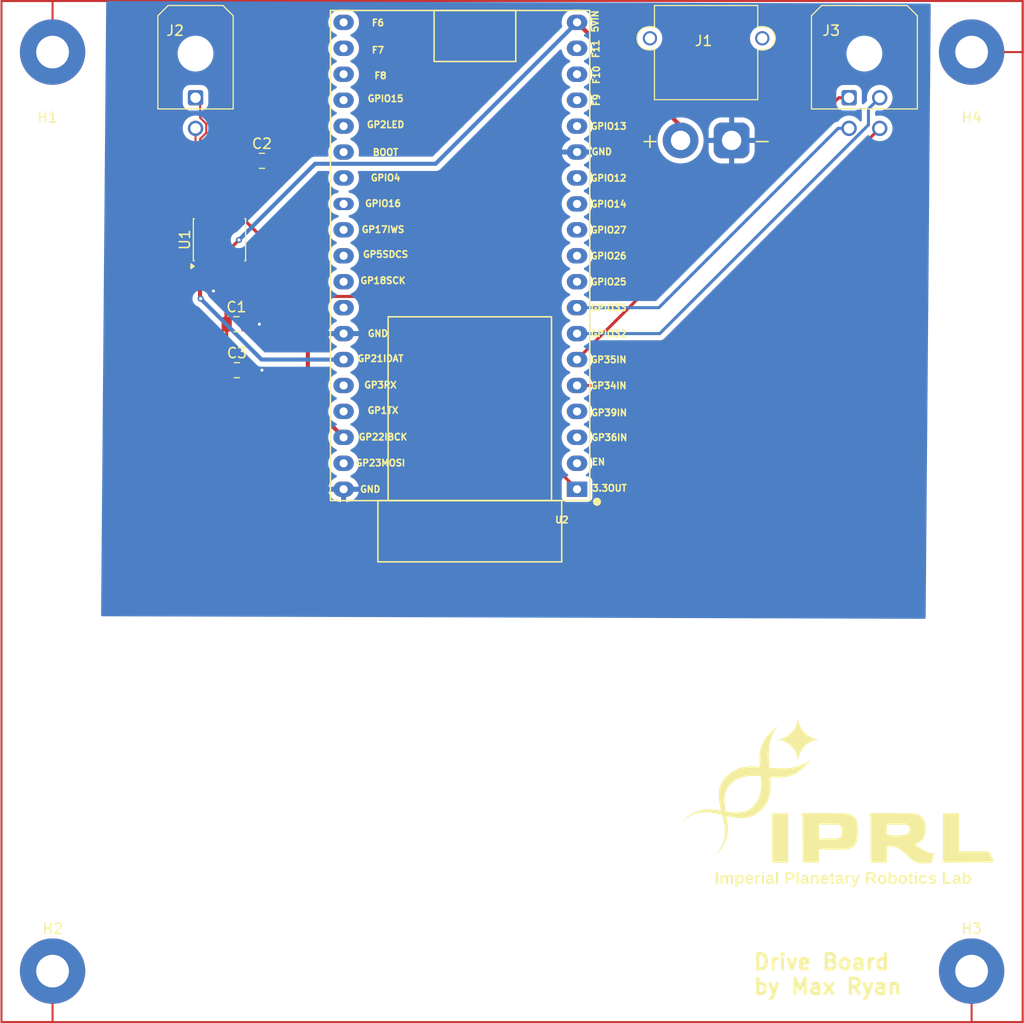
<source format=kicad_pcb>
(kicad_pcb (version 20241229) (generator "pcbnew") (generator_version "9.0")
  (layers (0 "F.Cu" jumper) (2 "B.Cu" signal) (13 "F.Paste" user) (15 "B.Paste" user) (5 "F.SilkS" user "F.Silkscreen") (7 "B.SilkS" user "B.Silkscreen") (1 "F.Mask" user) (3 "B.Mask" user) (25 "Edge.Cuts" user))
  (net 0 "")
  (net 1 "GND")
  (net 2 "+5V")
  (net 3 "+3.3V")
  (net 19 "/CAN_N")
  (net 20 "/CAN_P")
  (net 21 "/M1")
  (net 22 "/M2")
  (net 23 "/M3")
  (net 24 "/M4")
  (net 25 "/CAN_TX")
  (net 26 "/CAN_S")
  (net 27 "/CAN_RX")
  (footprint "Package_SO:SOIC-8_3.9x4.9mm_P1.27mm" (layer "F.Cu") (at 41.345 41.975 90)
    (property "Reference" "U1" (at 0 -3.4 90) (layer "F.SilkS"))
    (property "Value" "TJA1051T-3")
    (pad "1" smd roundrect (at -2.475 -1.905 90) (size 1.95 0.6) (layers "F.Cu" "F.Mask" "F.Paste") (net 25 "/CAN_TX"))
    (pad "2" smd roundrect (at -2.475 -0.635 90) (size 1.95 0.6) (layers "F.Cu" "F.Mask" "F.Paste") (net 1 "GND"))
    (pad "3" smd roundrect (at -2.475 0.635 90) (size 1.95 0.6) (layers "F.Cu" "F.Mask" "F.Paste") (net 2 "+5V"))
    (pad "4" smd roundrect (at -2.475 1.905 90) (size 1.95 0.6) (layers "F.Cu" "F.Mask" "F.Paste") (net 27 "/CAN_RX"))
    (pad "5" smd roundrect (at 2.475 1.905 90) (size 1.95 0.6) (layers "F.Cu" "F.Mask" "F.Paste") (net 3 "+3.3V"))
    (pad "6" smd roundrect (at 2.475 0.635 90) (size 1.95 0.6) (layers "F.Cu" "F.Mask" "F.Paste") (net 19 "/CAN_N"))
    (pad "7" smd roundrect (at 2.475 -0.635 90) (size 1.95 0.6) (layers "F.Cu" "F.Mask" "F.Paste") (net 20 "/CAN_P"))
    (pad "8" smd roundrect (at 2.475 -1.905 90) (size 1.95 0.6) (layers "F.Cu" "F.Mask" "F.Paste") (net 26 "/CAN_S"))
  )
  (footprint "Capacitor_SMD:C_0805_2012Metric" (layer "F.Cu") (at 43 50.25)
    (property "Reference" "C1" (at 0 -1.68 0) (layer "F.SilkS"))
    (property "Value" "1u")
    (pad "1" smd roundrect (at -0.95 0) (size 1 1.45) (layers "F.Cu" "F.Mask" "F.Paste") (net 2 "+5V"))
    (pad "2" smd roundrect (at 0.95 0) (size 1 1.45) (layers "F.Cu" "F.Mask" "F.Paste") (net 1 "GND"))
  )
  (footprint "Connector_Molex:Molex_Micro-Fit_3.0_43045-0200_2x01_P3.00mm_Horizontal" (layer "F.Cu") (at 39 28.07)
    (property "Reference" "J2" (at -2 -6.57 0) (layer "F.SilkS"))
    (property "Value" "Conn_02x01")
    (pad "" np_thru_hole circle (at 0 -4.32) (size 3 3) (drill 3) (layers "*.Cu" "*.Mask"))
    (pad "1" thru_hole roundrect (at 0 0) (size 1.5 1.5) (drill 1.02) (layers "*.Cu" "*.Mask") (roundrect_rratio 0.166667) (net 19 "/CAN_N"))
    (pad "2" thru_hole circle (at 0 3) (size 1.5 1.5) (drill 1.02) (layers "*.Cu" "*.Mask") (net 20 "/CAN_P"))
  )
  (footprint "local:Z_ESP32_DevKitC_38pin_socket" (layer "F.Cu") (at 76.36 66.41 180)
    (property "Reference" "U2" (at 1.485662 -3.00067 0) (layer "F.SilkS") (effects (font (size 0.64 0.64))))
    (property "Value" "~")
    (fp_text user "GPIO16" (at 19 27.980644 0) (layer "F.SilkS") (effects (font (size 0.64 0.64))))
    (fp_text user "GPIO15" (at 18.75 38.25 0) (layer "F.SilkS") (effects (font (size 0.64 0.64))))
    (fp_text user "GPIO26" (at -3.091135 22.846733 0) (layer "F.SilkS") (effects (font (size 0.64 0.64))))
    (fp_text user "F7" (at 19.5 43 0) (layer "F.SilkS") (effects (font (size 0.64 0.64))))
    (fp_text user "GP34IN" (at -3.091135 10.146733 0) (layer "F.SilkS") (effects (font (size 0.64 0.64))))
    (fp_text user "BOOT" (at 18.75 33 0) (layer "F.SilkS") (effects (font (size 0.64 0.64))))
    (fp_text user "GP17IWS" (at 19 25.437441 0) (layer "F.SilkS") (effects (font (size 0.64 0.64))))
    (fp_text user "F9" (at -1.905101 38.118989 90) (layer "F.SilkS") (effects (font (size 0.64 0.64))))
    (fp_text user "F11" (at -1.850513 43.122888 90) (layer "F.SilkS") (effects (font (size 0.64 0.64))))
    (fp_text user "GPIO12" (at -3.091135 30.466733 0) (layer "F.SilkS") (effects (font (size 0.64 0.64))))
    (fp_text user "GP3RX" (at 19.25 10.206703 0) (layer "F.SilkS") (effects (font (size 0.64 0.64))))
    (fp_text user "GPIO32" (at -3.091135 15.226733 0) (layer "F.SilkS") (effects (font (size 0.64 0.64))))
    (fp_text user "GP21IDAT" (at 19.25 12.797721 0) (layer "F.SilkS") (effects (font (size 0.64 0.64))))
    (fp_text user "GP1TX" (at 19 7.71746 0) (layer "F.SilkS") (effects (font (size 0.64 0.64))))
    (fp_text user "GND" (at -2.423949 33.051856 0) (layer "F.SilkS") (effects (font (size 0.64 0.64))))
    (fp_text user "EN" (at -2.100906 2.678217 0) (layer "F.SilkS") (effects (font (size 0.64 0.64))))
    (fp_text user "GPIO33" (at -3.091135 17.766733 0) (layer "F.SilkS") (effects (font (size 0.64 0.64))))
    (fp_text user "GP23MOSI" (at 19.25 2.573132 0) (layer "F.SilkS") (effects (font (size 0.64 0.64))))
    (fp_text user "F10" (at -1.905101 40.575449 90) (layer "F.SilkS") (effects (font (size 0.64 0.64))))
    (fp_text user "GP39IN" (at -3.139305 7.495373 0) (layer "F.SilkS") (effects (font (size 0.64 0.64))))
    (fp_text user "GPIO13" (at -3.091135 35.546733 0) (layer "F.SilkS") (effects (font (size 0.64 0.64))))
    (fp_text user "GPIO14" (at -3.091135 27.926733 0) (layer "F.SilkS") (effects (font (size 0.64 0.64))))
    (fp_text user "GP36IN" (at -3.166599 5.066207 0) (layer "F.SilkS") (effects (font (size 0.64 0.64))))
    (fp_text user "GP5SDCS" (at 18.75 23 0) (layer "F.SilkS") (effects (font (size 0.64 0.64))))
    (fp_text user "GP18SCK" (at 19 20.433965 0) (layer "F.SilkS") (effects (font (size 0.64 0.64))))
    (fp_text user "GND" (at 20.25 0 0) (layer "F.SilkS") (effects (font (size 0.64 0.64))))
    (fp_text user "GPIO25" (at -3.091135 20.306733 0) (layer "F.SilkS") (effects (font (size 0.64 0.64))))
    (fp_text user "GPIO27" (at -3.091135 25.386733 0) (layer "F.SilkS") (effects (font (size 0.64 0.64))))
    (fp_text user "GND" (at 19.5 15.25 0) (layer "F.SilkS") (effects (font (size 0.64 0.64))))
    (fp_text user "F8" (at 19.25 40.5 0) (layer "F.SilkS") (effects (font (size 0.64 0.64))))
    (fp_text user "GP2LED" (at 18.75 35.703022 0) (layer "F.SilkS") (effects (font (size 0.64 0.64))))
    (fp_text user "GP35IN" (at -3.091135 12.686733 0) (layer "F.SilkS") (effects (font (size 0.64 0.64))))
    (fp_text user "GP22IBCK" (at 19 5.113132 0) (layer "F.SilkS") (effects (font (size 0.64 0.64))))
    (fp_text user "3.3OUT" (at -3.179004 0.10737 0) (layer "F.SilkS") (effects (font (size 0.64 0.64))))
    (fp_text user "F6" (at 19.5 45.675435 0) (layer "F.SilkS") (effects (font (size 0.64 0.64))))
    (fp_text user "5VIN" (at -1.766571 45.821003 90) (layer "F.SilkS") (effects (font (size 0.64 0.64))))
    (fp_text user "GPIO4" (at 18.75 30.5 0) (layer "F.SilkS") (effects (font (size 0.64 0.64))))
    (pad "1" thru_hole rect (at 0 0 90) (size 1.5 2) (drill 0.8) (layers "*.Cu" "*.Mask") (net 3 "+3.3V"))
    (pad "2" thru_hole oval (at 0 2.54 90) (size 1.5 2) (drill 0.8) (layers "*.Cu" "*.Mask"))
    (pad "3" thru_hole oval (at 0 5.08 90) (size 1.5 2) (drill 0.8) (layers "*.Cu" "*.Mask"))
    (pad "4" thru_hole oval (at 0 7.62 90) (size 1.5 2) (drill 0.8) (layers "*.Cu" "*.Mask"))
    (pad "5" thru_hole oval (at 0 10.16 90) (size 1.5 2) (drill 0.8) (layers "*.Cu" "*.Mask") (net 24 "/M4"))
    (pad "6" thru_hole oval (at 0 12.7 90) (size 1.5 2) (drill 0.8) (layers "*.Cu" "*.Mask") (net 21 "/M1"))
    (pad "7" thru_hole oval (at 0 15.24 90) (size 1.5 2) (drill 0.8) (layers "*.Cu" "*.Mask") (net 22 "/M2"))
    (pad "8" thru_hole oval (at 0 17.78 90) (size 1.5 2) (drill 0.8) (layers "*.Cu" "*.Mask") (net 23 "/M3"))
    (pad "9" thru_hole oval (at 0 20.32 90) (size 1.5 2) (drill 0.8) (layers "*.Cu" "*.Mask"))
    (pad "10" thru_hole oval (at 0 22.86 90) (size 1.5 2) (drill 0.8) (layers "*.Cu" "*.Mask"))
    (pad "11" thru_hole oval (at 0 25.4 90) (size 1.5 2) (drill 0.8) (layers "*.Cu" "*.Mask"))
    (pad "12" thru_hole oval (at 0 27.94 90) (size 1.5 2) (drill 0.8) (layers "*.Cu" "*.Mask"))
    (pad "13" thru_hole oval (at 0 30.48 90) (size 1.5 2) (drill 0.8) (layers "*.Cu" "*.Mask"))
    (pad "14" thru_hole oval (at 0 33.02 90) (size 1.5 2) (drill 0.8) (layers "*.Cu" "*.Mask") (net 1 "GND"))
    (pad "15" thru_hole oval (at 0 35.56 90) (size 1.5 2) (drill 0.8) (layers "*.Cu" "*.Mask"))
    (pad "16" thru_hole oval (at 0 38.1 90) (size 1.5 2) (drill 0.8) (layers "*.Cu" "*.Mask"))
    (pad "17" thru_hole oval (at 0 40.64 90) (size 1.5 2) (drill 0.8) (layers "*.Cu" "*.Mask"))
    (pad "18" thru_hole oval (at 0 43.18 90) (size 1.5 2) (drill 0.8) (layers "*.Cu" "*.Mask"))
    (pad "19" thru_hole oval (at 0 45.72 90) (size 1.5 2) (drill 0.8) (layers "*.Cu" "*.Mask") (net 2 "+5V"))
    (pad "20" thru_hole oval (at 22.86 45.72 90) (size 1.5 2) (drill 0.8) (layers "*.Cu" "*.Mask"))
    (pad "21" thru_hole oval (at 22.86 43.18 90) (size 1.5 2) (drill 0.8) (layers "*.Cu" "*.Mask"))
    (pad "22" thru_hole oval (at 22.86 40.64 90) (size 1.5 2) (drill 0.8) (layers "*.Cu" "*.Mask"))
    (pad "23" thru_hole oval (at 22.86 38.1 90) (size 1.5 2) (drill 0.8) (layers "*.Cu" "*.Mask"))
    (pad "24" thru_hole oval (at 22.86 35.56 90) (size 1.5 2) (drill 0.8) (layers "*.Cu" "*.Mask"))
    (pad "25" thru_hole oval (at 22.86 33.02 90) (size 1.5 2) (drill 0.8) (layers "*.Cu" "*.Mask"))
    (pad "26" thru_hole oval (at 22.86 30.48 90) (size 1.5 2) (drill 0.8) (layers "*.Cu" "*.Mask"))
    (pad "27" thru_hole oval (at 22.86 27.94 90) (size 1.2 2) (drill 0.8) (layers "*.Cu" "*.Mask"))
    (pad "28" thru_hole oval (at 22.86 25.4 90) (size 1.5 2) (drill 0.8) (layers "*.Cu" "*.Mask"))
    (pad "29" thru_hole oval (at 22.86 22.86 90) (size 1.5 2) (drill 0.8) (layers "*.Cu" "*.Mask"))
    (pad "30" thru_hole oval (at 22.86 20.32 90) (size 1.5 2) (drill 0.8) (layers "*.Cu" "*.Mask"))
    (pad "31" thru_hole oval (at 22.86 17.78 90) (size 1.5 2) (drill 0.8) (layers "*.Cu" "*.Mask"))
    (pad "32" thru_hole oval (at 22.86 15.24 90) (size 1.5 2) (drill 0.8) (layers "*.Cu" "*.Mask") (net 1 "GND"))
    (pad "33" thru_hole oval (at 22.86 12.7 90) (size 1.5 2) (drill 0.8) (layers "*.Cu" "*.Mask") (net 25 "/CAN_TX"))
    (pad "34" thru_hole oval (at 22.86 10.16 90) (size 1.5 2) (drill 0.8) (layers "*.Cu" "*.Mask"))
    (pad "35" thru_hole oval (at 22.86 7.62 90) (size 1.5 2) (drill 0.8) (layers "*.Cu" "*.Mask"))
    (pad "36" thru_hole oval (at 22.86 5.08 90) (size 1.5 2) (drill 0.8) (layers "*.Cu" "*.Mask") (net 27 "/CAN_RX"))
    (pad "37" thru_hole oval (at 22.86 2.54 90) (size 1.5 2) (drill 0.8) (layers "*.Cu" "*.Mask") (net 26 "/CAN_S"))
    (pad "38" thru_hole oval (at 22.86 0 90) (size 1.5 2) (drill 0.8) (layers "*.Cu" "*.Mask") (net 1 "GND"))
  )
  (footprint "footprints:IPRL_31mm" (layer "F.Cu") (at 102 97.25)
    (property "Reference" "G***" (hide yes))
    (property "Value" "LOGO" (hide yes))
  )
  (footprint "Capacitor_SMD:C_0805_2012Metric" (layer "F.Cu") (at 43.05 54.75)
    (property "Reference" "C3" (at 0 -1.68 0) (layer "F.SilkS"))
    (property "Value" "0.1u")
    (pad "1" smd roundrect (at -0.95 0) (size 1 1.45) (layers "F.Cu" "F.Mask" "F.Paste") (net 2 "+5V"))
    (pad "2" smd roundrect (at 0.95 0) (size 1 1.45) (layers "F.Cu" "F.Mask" "F.Paste") (net 1 "GND"))
  )
  (footprint "MountingHole:MountingHole_3.2mm_M3_Pad_TopBottom" (layer "F.Cu") (at 25 23.6)
    (property "Reference" "H1" (at -0.5 6.4 0) (layer "F.SilkS"))
    (property "Value" "MountingHole")
    (pad "1" thru_hole circle (at 0 0) (size 3.6 3.6) (drill 3.2) (layers "*.Cu" "*.Mask"))
    (pad "1" connect circle (at 0 0) (size 6.4 6.4) (layers "F.Cu" "F.Mask"))
    (pad "1" connect circle (at 0 0) (size 6.4 6.4) (layers "B.Cu" "B.Mask"))
  )
  (footprint "Connector_AMASS:AMASS_XT30PW-M_1x02_P2.50mm_Horizontal" (layer "F.Cu") (at 91.5 32.25)
    (property "Reference" "J1" (at -2.75 -9.75 0) (layer "F.SilkS"))
    (property "Value" "Conn_01x02")
    (fp_text user "+" (at -8 0 0) (layer "F.SilkS") (effects (font (size 1.5 1.5))))
    (fp_text user "-" (at 3 0 0) (layer "F.SilkS") (effects (font (size 1.5 1.5))))
    (pad "" thru_hole circle (at -8 -10) (size 1.4 1.4) (drill 1) (layers "*.Cu" "*.Mask"))
    (pad "" thru_hole circle (at 3 -10) (size 1.4 1.4) (drill 1) (layers "*.Cu" "*.Mask"))
    (pad "1" thru_hole roundrect (at 0 0) (size 3.5 3.5) (drill 1.9) (layers "*.Cu" "*.Mask") (roundrect_rratio 0.22) (net 1 "GND"))
    (pad "2" thru_hole circle (at -5 0) (size 3.5 3.5) (drill 1.9) (layers "*.Cu" "*.Mask") (net 2 "+5V"))
  )
  (footprint "Capacitor_SMD:C_0805_2012Metric" (layer "F.Cu") (at 45.5 34.25)
    (property "Reference" "C2" (at 0 -1.68 0) (layer "F.SilkS"))
    (property "Value" "0.1u")
    (pad "1" smd roundrect (at -0.95 0) (size 1 1.45) (layers "F.Cu" "F.Mask" "F.Paste") (net 3 "+3.3V"))
    (pad "2" smd roundrect (at 0.95 0) (size 1 1.45) (layers "F.Cu" "F.Mask" "F.Paste") (net 1 "GND"))
  )
  (footprint "Connector_Molex:Molex_Micro-Fit_3.0_43045-0400_2x02_P3.00mm_Horizontal" (layer "F.Cu") (at 103 28.07)
    (property "Reference" "J3" (at -1.75 -6.57 0) (layer "F.SilkS"))
    (property "Value" "Conn_02x02_Top_Bottom")
    (pad "" np_thru_hole circle (at 1.5 -4.32) (size 3 3) (drill 3) (layers "*.Cu" "*.Mask"))
    (pad "1" thru_hole roundrect (at 0 0) (size 1.5 1.5) (drill 1.02) (layers "*.Cu" "*.Mask") (roundrect_rratio 0.166667) (net 21 "/M1"))
    (pad "2" thru_hole circle (at 3 0) (size 1.5 1.5) (drill 1.02) (layers "*.Cu" "*.Mask") (net 22 "/M2"))
    (pad "3" thru_hole circle (at 0 3) (size 1.5 1.5) (drill 1.02) (layers "*.Cu" "*.Mask") (net 23 "/M3"))
    (pad "4" thru_hole circle (at 3 3) (size 1.5 1.5) (drill 1.02) (layers "*.Cu" "*.Mask") (net 24 "/M4"))
  )
  (footprint "MountingHole:MountingHole_3.2mm_M3_Pad_TopBottom" (layer "F.Cu") (at 25 113.6)
    (property "Reference" "H2" (at 0 -4.15 0) (layer "F.SilkS"))
    (property "Value" "MountingHole")
    (pad "1" thru_hole circle (at 0 0) (size 3.6 3.6) (drill 3.2) (layers "*.Cu" "*.Mask"))
    (pad "1" connect circle (at 0 0) (size 6.4 6.4) (layers "F.Cu" "F.Mask"))
    (pad "1" connect circle (at 0 0) (size 6.4 6.4) (layers "B.Cu" "B.Mask"))
  )
  (footprint "MountingHole:MountingHole_3.2mm_M3_Pad_TopBottom" (layer "F.Cu") (at 115 23.6)
    (property "Reference" "H4" (at 0 6.4 0) (layer "F.SilkS"))
    (property "Value" "MountingHole")
    (pad "1" thru_hole circle (at 0 0) (size 3.6 3.6) (drill 3.2) (layers "*.Cu" "*.Mask"))
    (pad "1" connect circle (at 0 0) (size 6.4 6.4) (layers "F.Cu" "F.Mask"))
    (pad "1" connect circle (at 0 0) (size 6.4 6.4) (layers "B.Cu" "B.Mask"))
  )
  (footprint "MountingHole:MountingHole_3.2mm_M3_Pad_TopBottom" (layer "F.Cu") (at 115 113.6)
    (property "Reference" "H3" (at 0 -4.15 0) (layer "F.SilkS"))
    (property "Value" "MountingHole")
    (pad "1" thru_hole circle (at 0 0) (size 3.6 3.6) (drill 3.2) (layers "*.Cu" "*.Mask"))
    (pad "1" connect circle (at 0 0) (size 6.4 6.4) (layers "F.Cu" "F.Mask"))
    (pad "1" connect circle (at 0 0) (size 6.4 6.4) (layers "B.Cu" "B.Mask"))
  )
  (gr_line (start 20 18.6) (end 25 18.6) (stroke (width 0.2)) (layer "F.Cu"))
  (gr_line (start 20 118.6) (end 25 118.6) (stroke (width 0.2)) (layer "F.Cu"))
  (gr_line (start 120 18.6) (end 114.9 18.6) (stroke (width 0.2)) (layer "F.Cu"))
  (gr_line (start 25 118.6) (end 25 113.6) (stroke (width 0.2)) (layer "F.Cu"))
  (gr_line (start 120 118.6) (end 115 118.6) (stroke (width 0.2)) (layer "F.Cu"))
  (gr_line (start 25 18.6) (end 25 23.6) (stroke (width 0.2)) (layer "F.Cu"))
  (gr_rect (start 20 18.6) (end 120 118.6) (stroke (width 0.2)) (fill no) (layer "F.Cu"))
  (gr_line (start 115 118.6) (end 115 113.6) (stroke (width 0.2)) (layer "F.Cu"))
  (gr_line (start 120 23.6) (end 115 23.6) (stroke (width 0.2)) (layer "F.Cu"))
  (gr_line (start 120 18.6) (end 120 23.6) (stroke (width 0.2)) (layer "F.Cu"))
  (gr_text "Drive Board\nby Max Ryan" (at 93.5 116 0) (layer "F.SilkS") (effects (font (size 1.5 1.5) (thickness 0.3) (bold yes)) (justify left bottom)))
  (segment (start 40.75 44.49) (end 40.71 44.45) (width 0.3) (layer "F.Cu") (net 1))
  (segment (start 43.95 50.25) (end 45.25 50.25) (width 0.3) (layer "F.Cu") (net 1))
  (segment (start 40.75 47) (end 40.75 44.49) (width 0.3) (layer "F.Cu") (net 1))
  (segment (start 44 54.75) (end 45.5 54.75) (width 0.3) (layer "F.Cu") (net 1))
  (via (at 45.5 54.75) (size 0.6) (drill 0.3) (layers "F.Cu" "B.Cu") (net 1))
  (via (at 45.25 50.25) (size 0.6) (drill 0.3) (layers "F.Cu" "B.Cu") (net 1))
  (via (at 40.75 47) (size 0.6) (drill 0.3) (layers "F.Cu" "B.Cu") (net 1))
  (segment (start 86.5 30.83) (end 76.36 20.69) (width 0.4) (layer "F.Cu") (net 2))
  (segment (start 41.98 50.18) (end 42.05 50.25) (width 0.3) (layer "F.Cu") (net 2))
  (segment (start 86.5 32.25) (end 86.5 30.83) (width 0.4) (layer "F.Cu") (net 2))
  (segment (start 42.05 50.25) (end 42.05 54.7) (width 0.3) (layer "F.Cu") (net 2))
  (segment (start 42.05 54.7) (end 42.1 54.75) (width 0.3) (layer "F.Cu") (net 2))
  (segment (start 41.98 43.27) (end 43.25 42) (width 0.3) (layer "F.Cu") (net 2))
  (segment (start 41.98 44.45) (end 41.98 50.18) (width 0.3) (layer "F.Cu") (net 2))
  (segment (start 41.98 44.45) (end 41.98 43.27) (width 0.3) (layer "F.Cu") (net 2))
  (via (at 43.25 42) (size 0.6) (drill 0.3) (layers "F.Cu" "B.Cu") (net 2))
  (segment (start 50.709 34.541) (end 62.509 34.541) (width 0.4) (layer "B.Cu") (net 2))
  (segment (start 43.25 42) (end 50.709 34.541) (width 0.4) (layer "B.Cu") (net 2))
  (segment (start 62.509 34.541) (end 76.36 20.69) (width 0.4) (layer "B.Cu") (net 2))
  (segment (start 51.279 47.529) (end 57.479 47.529) (width 0.3) (layer "F.Cu") (net 3))
  (segment (start 43.25 39.5) (end 51.279 47.529) (width 0.3) (layer "F.Cu") (net 3))
  (segment (start 43.25 39.5) (end 43.25 35.55) (width 0.3) (layer "F.Cu") (net 3))
  (segment (start 57.479 47.529) (end 76.36 66.41) (width 0.3) (layer "F.Cu") (net 3))
  (segment (start 43.25 35.55) (end 44.55 34.25) (width 0.3) (layer "F.Cu") (net 3))
  (segment (start 39.45 32.106339) (end 39.45 36.97) (width 0.2) (layer "F.Cu") (net 19))
  (segment (start 41.311 38.831) (end 41.98 39.5) (width 0.2) (layer "F.Cu") (net 19))
  (segment (start 39.45 36.97) (end 40.704 38.224) (width 0.2) (layer "F.Cu") (net 19))
  (segment (start 41.050968 38.224) (end 41.311 38.484032) (width 0.2) (layer "F.Cu") (net 19))
  (segment (start 40.051 31.505339) (end 39.45 32.106339) (width 0.2) (layer "F.Cu") (net 19))
  (segment (start 39 28.07) (end 39.45 28.52) (width 0.2) (layer "F.Cu") (net 19))
  (segment (start 39.45 28.52) (end 39.45 30.033661) (width 0.2) (layer "F.Cu") (net 19))
  (segment (start 39.45 30.033661) (end 40.051 30.634661) (width 0.2) (layer "F.Cu") (net 19))
  (segment (start 40.704 38.224) (end 41.050968 38.224) (width 0.2) (layer "F.Cu") (net 19))
  (segment (start 40.051 30.634661) (end 40.051 31.505339) (width 0.2) (layer "F.Cu") (net 19))
  (segment (start 41.311 38.484032) (end 41.311 38.831) (width 0.2) (layer "F.Cu") (net 19))
  (segment (start 39 31.07) (end 39 37.156397) (width 0.2) (layer "F.Cu") (net 20))
  (segment (start 39 37.156397) (end 40.71 38.866397) (width 0.2) (layer "F.Cu") (net 20))
  (segment (start 40.71 38.866397) (end 40.71 39.5) (width 0.2) (layer "F.Cu") (net 20))
  (segment (start 102 28.07) (end 76.36 53.71) (width 0.3) (layer "F.Cu") (net 21))
  (segment (start 103 28.07) (end 102 28.07) (width 0.3) (layer "F.Cu") (net 21))
  (segment (start 84.45705 51.17) (end 76.36 51.17) (width 0.3) (layer "B.Cu") (net 22))
  (segment (start 106 28.07) (end 104.899 29.171) (width 0.3) (layer "B.Cu") (net 22))
  (segment (start 104.899 30.72805) (end 84.45705 51.17) (width 0.3) (layer "B.Cu") (net 22))
  (segment (start 104.899 29.171) (end 104.899 30.72805) (width 0.3) (layer "B.Cu") (net 22))
  (segment (start 101.93 31.07) (end 84.37 48.63) (width 0.3) (layer "B.Cu") (net 23))
  (segment (start 84.37 48.63) (end 76.36 48.63) (width 0.3) (layer "B.Cu") (net 23))
  (segment (start 103 31.07) (end 101.93 31.07) (width 0.3) (layer "B.Cu") (net 23))
  (segment (start 80.82 56.25) (end 76.36 56.25) (width 0.3) (layer "F.Cu") (net 24))
  (segment (start 106 31.07) (end 80.82 56.25) (width 0.3) (layer "F.Cu") (net 24))
  (segment (start 39.44 44.45) (end 39.44 47.69) (width 0.4) (layer "F.Cu") (net 25))
  (segment (start 39.44 47.69) (end 39.5 47.75) (width 0.4) (layer "F.Cu") (net 25))
  (via (at 39.5 47.75) (size 0.6) (drill 0.3) (layers "F.Cu" "B.Cu") (net 25))
  (segment (start 39.5 47.75) (end 45.46 53.71) (width 0.4) (layer "B.Cu") (net 25))
  (segment (start 45.46 53.71) (end 53.5 53.71) (width 0.4) (layer "B.Cu") (net 25))
  (segment (start 50 57.83) (end 53.5 61.33) (width 0.4) (layer "F.Cu") (net 27))
  (segment (start 50 51.2) (end 50 57.83) (width 0.4) (layer "F.Cu") (net 27))
  (segment (start 43.25 44.45) (end 50 51.2) (width 0.4) (layer "F.Cu") (net 27))
  (zone (net 1) (net_name "GND") (layer "B.Cu") (connect_pads (clearance 0.5)) (min_thickness 0.25) (fill yes (thermal_gap 0.5) (thermal_bridge_width 0.5))
    (polygon (pts (xy 30.25 18.6) (xy 29.75 78.85) (xy 110.5 79.1) (xy 111 18.85)))
  )
)
</source>
